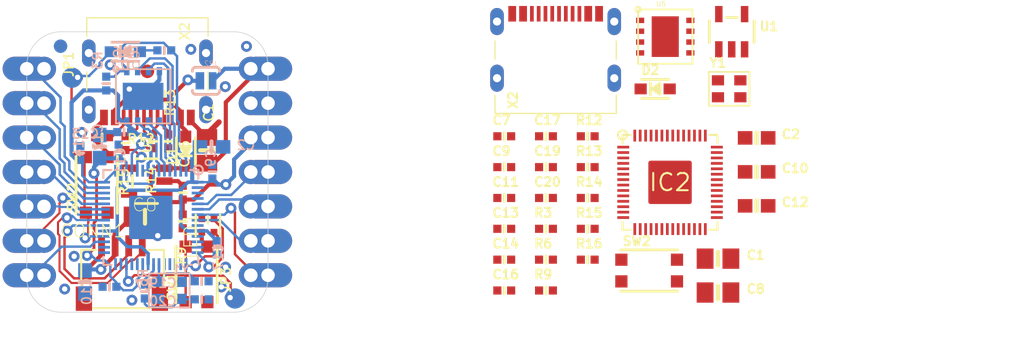
<source format=kicad_pcb>
(kicad_pcb (version 20221018) (generator pcbnew)
  (layers (0 "F.Cu" signal) (1 "In1.Cu" signal) (2 "In2.Cu" signal) (3 "In3.Cu" signal) (4 "In4.Cu" signal) (5 "In5.Cu" signal) (6 "In6.Cu" signal) (7 "In7.Cu" signal) (8 "In8.Cu" signal) (9 "In9.Cu" signal) (10 "In10.Cu" signal) (11 "In11.Cu" signal) (12 "In12.Cu" signal) (13 "In13.Cu" signal) (14 "In14.Cu" signal) (31 "B.Cu" signal) (34 "B.Paste" user) (35 "F.Paste" user) (36 "B.SilkS" user "B.Silkscreen") (37 "F.SilkS" user "F.Silkscreen") (38 "B.Mask" user) (39 "F.Mask" user) (44 "Edge.Cuts" user))
  (net 0 "")
  (net 1 "GND")
  (net 2 "D+")
  (net 3 "D-")
  (net 4 "VBUS")
  (net 5 "~{RESET}")
  (net 6 "SWCLK")
  (net 7 "SWDIO")
  (net 8 "A0")
  (net 9 "CC1")
  (net 10 "CC2")
  (net 11 "A1")
  (net 12 "MOSI")
  (net 13 "MISO")
  (net 14 "SCK")
  (net 15 "A2")
  (net 16 "A3")
  (net 17 "SDA")
  (net 18 "SCL")
  (net 19 "NEOPIX")
  (net 20 "NEO_PWR")
  (net 21 "+5V")
  (net 22 "+3V3")
  (net 23 "QSPI_DATA[0]")
  (net 24 "QSPI_DATA[1]")
  (net 25 "QSPI_SCK")
  (net 26 "QSPI_CS")
  (net 27 "QSPI_DATA[3]")
  (net 28 "QSPI_DATA[2]")
  (net 29 "1.2V")
  (net 30 "TX")
  (net 31 "RX")
  (net 32 "USB_D+")
  (net 33 "USB_D-")
  (net 34 "USBBOOT")
  (net 35 "N$5")
  (net 36 "N$6")
  (net 37 "N$7")
  (net 38 "SDA1")
  (net 39 "SCL1")
  (net 40 "N$1")
  (net 41 "Net-(IC2-XIN)")
  (net 42 "Net-(C20-Pad2)")
  (net 43 "Net-(D2-PadA)")
  (net 44 "/USBBOOT")
  (net 61 "Net-(IC2-XOUT)")
  (net 62 "/SWCLK")
  (net 63 "/SWDIO")
  (net 64 "/~{RESET}")
  (net 78 "/D-")
  (net 79 "/D+")
  (net 80 "/QSPI_DATA[3]")
  (net 81 "/QSPI_SCK")
  (net 82 "/QSPI_DATA[0]")
  (net 83 "/QSPI_DATA[2]")
  (net 84 "/QSPI_DATA[1]")
  (net 85 "/QSPI_CS")
  (net 86 "/CC2")
  (net 87 "/CC1")
  (net 88 "/USB_D-")
  (net 89 "/USB_D+")
  (footprint "Adafruit QT Py RP2040:0805-NO" (layer "F.Cu") (at 190.55 113.9)
    (fp_text reference "C8")
    (fp_text value "10uF")
  )
  (footprint "Adafruit QT Py RP2040:0805-NO" (layer "F.Cu") (at 148.3233 108.3056)
    (fp_text reference "C8")
    (fp_text value "10uF")
  )
  (footprint "Adafruit QT Py RP2040:_0402NO" (layer "F.Cu") (at 180.9505 106.9205)
    (fp_text reference "R14")
    (fp_text value "27")
  )
  (footprint "Adafruit QT Py RP2040:0603-NO" (layer "F.Cu") (at 193.3984 107.502)
    (fp_text reference "C12")
    (fp_text value "1uF")
  )
  (footprint "Adafruit QT Py RP2040:CRYSTAL_2.5X2" (layer "F.Cu") (at 191.3735 98.8635)
    (fp_text reference "Y1")
    (fp_text value "12MHZ")
  )
  (footprint "Adafruit QT Py RP2040:_0402NO" (layer "F.Cu") (at 174.7981 104.6443)
    (fp_text reference "C9")
    (fp_text value "0.1uF")
  )
  (footprint "Adafruit QT Py RP2040:_0402NO" (layer "F.Cu") (at 145.161 102.4382)
    (fp_text reference "R12")
    (fp_text value "5.1K")
  )
  (footprint "Adafruit QT Py RP2040:JST_SH4_SKINNY" (layer "F.Cu") (at 146.6215 112.9665)
    (fp_text reference "CONN1")
    (fp_text value "STEMMA_I2C_QTSKINNY" hide)
  )
  (footprint "Adafruit QT Py RP2040:_0402NO" (layer "F.Cu") (at 177.8743 102.3681)
    (fp_text reference "C17")
    (fp_text value "0.1uF")
  )
  (footprint "Adafruit QT Py RP2040:SOD-323_MINI" (layer "F.Cu") (at 151.3332 103.4669 90)
    (fp_text reference "D1")
    (fp_text value "  NSR0320")
  )
  (footprint "Adafruit QT Py RP2040:0603-NO" (layer "F.Cu") (at 193.3984 104.9932)
    (fp_text reference "C10")
    (fp_text value "1uF")
  )
  (footprint "Adafruit QT Py RP2040:FIDUCIAL_1MM" (layer "F.Cu") (at 148.5011 97.5741)
    (fp_text reference "U$8" hide)
    (fp_text value "FIDUCIAL_1MM" hide)
  )
  (footprint "Adafruit QT Py RP2040:BTN_KMR2_4.6X2.8" (layer "F.Cu") (at 152.1206 112.5601 90)
    (fp_text reference "SW1")
    (fp_text value "KMR2")
  )
  (footprint "Adafruit QT Py RP2040:_0402NO" (layer "F.Cu") (at 148.9202 102.743 -90)
    (fp_text reference "R14")
    (fp_text value "27")
  )
  (footprint "Adafruit QT Py RP2040:_0402NO" (layer "F.Cu") (at 174.7981 102.3681)
    (fp_text reference "C7")
    (fp_text value "0.1uF")
  )
  (footprint "Adafruit QT Py RP2040:_0402NO" (layer "F.Cu") (at 146.8882 102.87 -90)
    (fp_text reference "R15")
    (fp_text value "27")
  )
  (footprint "Adafruit QT Py RP2040:_0402NO" (layer "F.Cu") (at 151.1046 108.6485 -90)
    (fp_text reference "R9")
    (fp_text value "10K")
  )
  (footprint "Adafruit QT Py RP2040:_0402NO" (layer "F.Cu") (at 180.9505 102.3681)
    (fp_text reference "R12")
    (fp_text value "5.1K")
  )
  (footprint "Adafruit QT Py RP2040:SOT23-5" (layer "F.Cu") (at 148.4503 105.6767 90)
    (fp_text reference "U1")
    (fp_text value "AP2112K-3.3")
  )
  (footprint "Adafruit QT Py RP2040:_0402NO" (layer "F.Cu") (at 177.8743 109.1967)
    (fp_text reference "R3")
    (fp_text value "10K")
  )
  (footprint "Adafruit QT Py RP2040:_0402NO" (layer "F.Cu") (at 180.9505 109.1967)
    (fp_text reference "R15")
    (fp_text value "27")
  )
  (footprint "Adafruit QT Py RP2040:_0402NO" (layer "F.Cu") (at 180.9505 104.6443)
    (fp_text reference "R13")
    (fp_text value "5.1K")
  )
  (footprint "Adafruit QT Py RP2040:SOD-323_MINI" (layer "F.Cu") (at 185.92 98.8716)
    (fp_text reference "D2")
    (fp_text value "  NSR0320")
  )
  (footprint "Adafruit QT Py RP2040:_0402NO" (layer "F.Cu") (at 177.8743 104.6443)
    (fp_text reference "C19")
    (fp_text value "22pF")
  )
  (footprint "Adafruit QT Py RP2040:1X07_CASTEL" (layer "F.Cu") (at 156.1211 105.0036 90)
    (fp_text reference "JP3")
    (fp_text value "")
  )
  (footprint "Adafruit QT Py RP2040:BTN_KMR2_4.6X2.8" (layer "F.Cu") (at 144.7673 105.9561 90)
    (fp_text reference "SW2")
    (fp_text value "KMR2")
  )
  (footprint "Adafruit QT Py RP2040:0805-NO" (layer "F.Cu") (at 190.55 111.4)
    (fp_text reference "C1")
    (fp_text value "10uF")
  )
  (footprint "Adafruit QT Py RP2040:0805-NO" (layer "F.Cu") (at 152.8953 103.4034 90)
    (fp_text reference "C1")
    (fp_text value "10uF")
  )
  (footprint "Adafruit QT Py RP2040:_0402NO" (layer "F.Cu") (at 177.8743 111.4729)
    (fp_text reference "R6")
    (fp_text value "1K")
  )
  (footprint "Adafruit QT Py RP2040:_0402NO" (layer "F.Cu") (at 174.7981 113.7491)
    (fp_text reference "C16")
    (fp_text value "0.1uF")
  )
  (footprint "Adafruit QT Py RP2040:BTN_KMR2_4.6X2.8" (layer "F.Cu") (at 185.48 112.277)
    (fp_text reference "SW2")
    (fp_text value "KMR2")
  )
  (footprint "Adafruit QT Py RP2040:USB_C_CUSB31-CFM2AX-01-X" (layer "F.Cu") (at 178.586 96.87)
    (fp_text reference "X2")
    (fp_text value "USB Type C")
  )
  (footprint "Adafruit QT Py RP2040:_0402NO" (layer "F.Cu") (at 180.9505 111.4729)
    (fp_text reference "R16")
    (fp_text value "1K")
  )
  (footprint "Adafruit QT Py RP2040:QTPICO_TOP" (layer "F.Cu") (at 139.6111 115.3541)
    (fp_text reference "U$2" hide)
    (fp_text value "" hide)
  )
  (footprint "Adafruit QT Py RP2040:_0402NO" (layer "F.Cu") (at 174.7981 109.1967)
    (fp_text reference "C13")
    (fp_text value "0.1uF")
  )
  (footprint "Adafruit QT Py RP2040:_0402NO" (layer "F.Cu") (at 177.8743 113.7491)
    (fp_text reference "R9")
    (fp_text value "10K")
  )
  (footprint "Adafruit QT Py RP2040:SK6805_1515" (layer "F.Cu") (at 152.9588 108.9533 90)
    (fp_text reference "LED1")
    (fp_text value "WS2812B_SK6805_1515")
  )
  (footprint "Adafruit QT Py RP2040:1X07_CASTEL" (layer "F.Cu") (at 140.8811 105.0036 -90)
    (fp_text reference "JP1")
    (fp_text value "")
  )
  (footprint "Adafruit QT Py RP2040:_0402NO" (layer "F.Cu") (at 150.0378 102.743 90)
    (fp_text reference "R13")
    (fp_text value "5.1K")
  )
  (footprint "Adafruit QT Py RP2040:0603-NO" (layer "F.Cu") (at 193.3984 102.4844)
    (fp_text reference "C2")
    (fp_text value "1uF")
  )
  (footprint "Adafruit QT Py RP2040:QFN56_7MM_REDUCEDEPAD" (layer "F.Cu") (at 187.017175 105.767175)
    (fp_text reference "IC2")
    (fp_text value "RP2040_QFN56")
  )
  (footprint "Adafruit QT Py RP2040:USON8_4X4" (layer "F.Cu") (at 186.6635 95.0135)
    (fp_text reference "U5")
    (fp_text value "8MB QSPI Flash")
  )
  (footprint "Adafruit QT Py RP2040:SOT23-5" (layer "F.Cu") (at 191.5616 94.6501)
    (fp_text reference "U1")
    (fp_text value "AP2112K-3.3")
  )
  (footprint "Adafruit QT Py RP2040:_0402NO" (layer "F.Cu") (at 177.8743 106.9205)
    (fp_text reference "C20")
    (fp_text value "22pF")
  )
  (footprint "Adafruit QT Py RP2040:_0402NO" (layer "F.Cu") (at 174.7981 111.4729)
    (fp_text reference "C14")
    (fp_text value "0.1uF")
  )
  (footprint "Adafruit QT Py RP2040:_0402NO" (layer "F.Cu") (at 151.1046 106.5276 90)
    (fp_text reference "C16")
    (fp_text value "0.1uF")
  )
  (footprint "Adafruit QT Py RP2040:_0402NO" (layer "F.Cu") (at 174.7981 106.9205)
    (fp_text reference "C11")
    (fp_text value "0.1uF")
  )
  (footprint "Adafruit QT Py RP2040:USB_C_CUSB31-CFM2AX-01-X" (layer "F.Cu") (at 148.5011 97.4344 180)
    (fp_text reference "X2")
    (fp_text value "USB Type C")
  )
  (footprint "Adafruit QT Py RP2040:_0402NO" (layer "B.Cu") (at 143.5608 103.6066 90)
    (fp_text reference "C14")
    (fp_text value "0.1uF")
  )
  (footprint "Adafruit QT Py RP2040:_0402NO" (layer "B.Cu") (at 153.289 104.9782 90)
    (fp_text reference "C9")
    (fp_text value "0.1uF")
  )
  (footprint "Adafruit QT Py RP2040:USON8_4X4" (layer "B.Cu") (at 148.1836 99.4156 -90)
    (fp_text reference "U5")
    (fp_text value "8MB QSPI Flash")
  )
  (footprint "Adafruit QT Py RP2040:_0402NO" (layer "B.Cu") (at 145.4658 98.4758 -90)
    (fp_text reference "R3")
    (fp_text value "10K")
  )
  (footprint "Adafruit QT Py RP2040:_0402NO" (layer "B.Cu") (at 152.5016 114.4016 180)
    (fp_text reference "C20")
    (fp_text value "22pF")
  )
  (footprint "Adafruit QT Py RP2040:_0402NO" (layer "B.Cu") (at 149.7457 96.0247 180)
    (fp_text reference "R16")
    (fp_text value "1K")
  )
  (footprint "Adafruit QT Py RP2040:_0402NO" (layer "B.Cu") (at 148.3106 113.8301 90)
    (fp_text reference "R6")
    (fp_text value "1K")
  )
  (footprint "Adafruit QT Py RP2040:_0402NO" (layer "B.Cu") (at 152.5016 113.0681 180)
    (fp_text reference "C19")
    (fp_text value "22pF")
  )
  (footprint "Adafruit QT Py RP2040:SJ_2S-NO" (layer "B.Cu") (at 152.8191 98.2726 180)
    (fp_text reference "JP2")
    (fp_text value "")
  )
  (footprint "Adafruit QT Py RP2040:0603-NO" (layer "B.Cu") (at 144.9832 103.124 90)
    (fp_text reference "C12")
    (fp_text value "1uF")
  )
  (footprint "Adafruit QT Py RP2040:0603-NO" (layer "B.Cu") (at 143.898703 113.123894 -90)
    (fp_text reference "C10")
    (fp_text value "1uF")
  )
  (footprint "Adafruit QT Py RP2040:_0402NO" (layer "B.Cu") (at 146.3802 103.4923 -90)
    (fp_text reference "C11")
    (fp_text value "0.1uF")
  )
  (footprint "Adafruit QT Py RP2040:_0402NO" (layer "B.Cu") (at 145.7071 113.4745)
    (fp_text reference "C7")
    (fp_text value "0.1uF")
  )
  (footprint "Adafruit QT Py RP2040:SOD-323_MINI" (layer "B.Cu") (at 146.8755 96.1263)
    (fp_text reference "D2")
    (fp_text value "  NSR0320")
  )
  (footprint "Adafruit QT Py RP2040:QFN56_7MM_REDUCEDEPAD" (layer "B.Cu") (at 148.7551 108.3564 180)
    (fp_text reference "IC2" hide)
    (fp_text value "RP2040_QFN56" hide)
  )
  (footprint "Adafruit QT Py RP2040:0603-NO" (layer "B.Cu") (at 153.2255 103.1494)
    (fp_text reference "C2")
    (fp_text value "1uF")
  )
  (footprint "Adafruit QT Py RP2040:TESTPOINT_ROUND_1.5MM_NO" (layer "B.Cu") (at 142.9512 98.044 180)
    (fp_text reference "TP4" hide)
    (fp_text value "" hide)
  )
  (footprint "Adafruit QT Py RP2040:_0402NO" (layer "B.Cu") (at 153.6065 110.5789 -90)
    (fp_text reference "C17")
    (fp_text value "0.1uF")
  )
  (footprint "Adafruit QT Py RP2040:QTPICO_BOT" (layer "B.Cu") (at 157.3911 115.2906 180)
    (fp_text reference "U$1" hide)
    (fp_text value "" hide)
  )
  (footprint "Adafruit QT Py RP2040:TESTPOINT_ROUND_1.5MM_NO" (layer "B.Cu") (at 154.9527 114.3381 180)
    (fp_text reference "TP3" hide)
    (fp_text value "" hide)
  )
  (footprint "Adafruit QT Py RP2040:FIDUCIAL_1MM" (layer "B.Cu") (at 142.1003 95.7199 180)
    (fp_text reference "U$6" hide)
    (fp_text value "FIDUCIAL_1MM" hide)
  )
  (footprint "Adafruit QT Py RP2040:CRYSTAL_2.5X2" (layer "B.Cu") (at 150.114 113.7412 180)
    (fp_text reference "Y1")
    (fp_text value "12MHZ")
  )
  (footprint "Adafruit QT Py RP2040:_0402NO" (layer "B.Cu") (at 146.7866 102.0572 180)
    (fp_text reference "C13")
    (fp_text value "0.1uF")
  )
  (gr_line (start 142.1511 94.6531) (end 154.8511 94.6531) (stroke (width 0.05)) (layer "Edge.Cuts"))
  (gr_line (start 157.3911 97.1931) (end 157.3911 112.8141) (stroke (width 0.05)) (layer "Edge.Cuts"))
  (gr_arc (start 142.1511 115.3541) (mid 140.355049 114.610151) (end 139.6111 112.8141) (stroke (width 0.05)) (layer "Edge.Cuts"))
  (gr_line (start 139.6111 112.8141) (end 139.6111 97.1931) (stroke (width 0.05)) (layer "Edge.Cuts"))
  (gr_arc (start 157.3911 112.8141) (mid 156.647151 114.610151) (end 154.8511 115.3541) (stroke (width 0.05)) (layer "Edge.Cuts"))
  (gr_arc (start 139.6111 97.1931) (mid 140.355049 95.397049) (end 142.1511 94.6531) (stroke (width 0.05)) (layer "Edge.Cuts"))
  (gr_line (start 154.8511 115.3541) (end 142.1511 115.3541) (stroke (width 0.05)) (layer "Edge.Cuts"))
  (gr_arc (start 154.8511 94.6531) (mid 156.647151 95.397049) (end 157.3911 97.1931) (stroke (width 0.05)) (layer "Edge.Cuts"))
  (gr_text "" (at 212.9409 112.7633) (layer "F.SilkS") (effects (font (size 0.89408 0.89408) (thickness 0.12192))))
  (segment (start 144.653 102.4382) (end 144.653 102.6743) (width 0.3048) (layer "F.Cu") (net 1))
  (segment (start 151.7011 101.2592) (end 152.8953 102.4534) (width 0.3048) (layer "F.Cu") (net 1))
  (segment (start 149.7504 105.6767) (end 150.7617 105.6767) (width 0.3048) (layer "F.Cu") (net 1))
  (segment (start 150.7617 105.6767) (end 151.1046 106.0196) (width 0.3048) (layer "F.Cu") (net 1))
  (segment (start 151.7011 100.9794) (end 151.7011 101.2592) (width 0.3048) (layer "F.Cu") (net 1))
  (segment (start 152.5088 110.0983) (end 152.9206 110.5101) (width 0.3048) (layer "F.Cu") (net 1))
  (segment (start 145.1215 111.1137) (end 144.1196 112.1156) (width 0.3048) (layer "F.Cu") (net 1))
  (segment (start 144.653 102.4382) (end 144.653 101.7905) (width 0.3048) (layer "F.Cu") (net 1))
  (segment (start 149.2733 109.6924) (end 149.2631 109.7026) (width 0.3048) (layer "F.Cu") (net 1))
  (segment (start 145.5673 103.5886) (end 144.653 102.6743) (width 0.3048) (layer "F.Cu") (net 1))
  (segment (start 145.3011 101.1424) (end 144.653 101.7905) (width 0.3048) (layer "F.Cu") (net 1))
  (segment (start 149.2733 108.3056) (end 149.2733 109.6924) (width 0.3048) (layer "F.Cu") (net 1))
  (segment (start 145.5673 103.9061) (end 145.5673 103.5886) (width 0.3048) (layer "F.Cu") (net 1))
  (segment (start 145.3011 100.9794) (end 145.3011 101.1424) (width 0.3048) (layer "F.Cu") (net 1))
  (segment (start 145.1215 110.4525) (end 145.1215 111.1137) (width 0.3048) (layer "F.Cu") (net 1))
  (segment (start 153.1366 101.9556) (end 153.7716 101.3206) (width 0.4064) (layer "F.Cu") (net 1))
  (segment (start 152.5088 109.4533) (end 152.5088 110.0983) (width 0.3048) (layer "F.Cu") (net 1))
  (via (at 143.6751 102.0826) (size 0.8001) (drill 0.3937) (layers "F.Cu" "B.Cu") (net 1))
  (via (at 154.2669 112.0267) (size 0.8001) (drill 0.3937) (layers "F.Cu" "B.Cu") (net 1))
  (via (at 142.4051 113.6396) (size 0.8001) (drill 0.3937) (layers "F.Cu" "B.Cu") (net 1))
  (via (at 145.7579 97.0915) (size 0.8001) (drill 0.3937) (layers "F.Cu" "B.Cu") (net 1))
  (via (at 154.2415 98.7044) (size 0.8001) (drill 0.3937) (layers "F.Cu" "B.Cu") (net 1))
  (via (at 151.7015 95.9485) (size 0.8001) (drill 0.3937) (layers "F.Cu" "B.Cu") (net 1))
  (via (at 155.8036 95.7326) (size 0.8001) (drill 0.3937) (layers "F.Cu" "B.Cu") (net 1))
  (via (at 149.2631 109.7026) (size 0.8001) (drill 0.3937) (layers "F.Cu" "B.Cu") (net 1))
  (via (at 147.1676 98.8822) (size 0.8001) (drill 0.3937) (layers "F.Cu" "B.Cu") (net 1))
  (via (at 143.1036 111.2266) (size 0.8001) (drill 0.3937) (layers "F.Cu" "B.Cu") (net 1))
  (via (at 147.3581 114.4651) (size 0.8001) (drill 0.3937) (layers "F.Cu" "B.Cu") (net 1))
  (via (at 153.9494 113.4872) (size 0.8001) (drill 0.3937) (layers "F.Cu" "B.Cu") (net 1))
  (segment (start 148.7551 108.3564) (end 148.7551 108.1405) (width 0.3048) (layer "B.Cu") (net 1))
  (segment (start 148.1836 99.4156) (end 147.6502 98.8822) (width 0.3048) (layer "B.Cu") (net 1))
  (segment (start 146.2786 102.0572) (end 145.2 102.0572) (width 0.3048) (layer "B.Cu") (net 1))
  (segment (start 148.7551 108.3564) (end 149.2631 108.8644) (width 0.3048) (layer "B.Cu") (net 1))
  (segment (start 157.3911 99.9236) (end 156.1211 99.9236) (width 0.3048) (layer "B.Cu") (net 1))
  (segment (start 149.3836 98.2156) (end 148.1836 99.4156) (width 0.3048) (layer "B.Cu") (net 1))
  (segment (start 149.3836 97.5656) (end 149.3836 98.2156) (width 0.3048) (layer "B.Cu") (net 1))
  (segment (start 145.2 102.0572) (end 144.9832 102.274) (width 0.3048) (layer "B.Cu") (net 1))
  (segment (start 147.6502 98.8822) (end 147.1676 98.8822) (width 0.3048) (layer "B.Cu") (net 1))
  (segment (start 149.2631 108.8644) (end 149.2631 109.7026) (width 0.3048) (layer "B.Cu") (net 1))
  (segment (start 148.0566 103.9114) (end 147.5232 103.378) (width 0.1778) (layer "F.Cu") (net 2))
  (segment (start 147.5232 103.378) (end 146.8882 103.378) (width 0.1778) (layer "F.Cu") (net 2))
  (via (at 148.0566 103.9114) (size 0.8001) (drill 0.3937) (layers "F.Cu" "B.Cu") (net 2))
  (segment (start 147.7551 104.9064) (end 147.7551 104.2129) (width 0.1778) (layer "B.Cu") (net 2))
  (segment (start 147.7551 104.2129) (end 148.0566 103.9114) (width 0.1778) (layer "B.Cu") (net 2))
  (segment (start 148.9202 103.251) (end 148.506031 103.251) (width 0.1778) (layer "F.Cu") (net 3))
  (segment (start 148.211043 102.956013) (end 148.058643 102.956013) (width 0.1778) (layer "F.Cu") (net 3))
  (segment (start 148.506031 103.251) (end 148.211043 102.956013) (width 0.1778) (layer "F.Cu") (net 3))
  (via (at 148.058643 102.956013) (size 0.8001) (drill 0.3937) (layers "F.Cu" "B.Cu") (net 3))
  (segment (start 147.3551 103.659557) (end 147.3551 104.9064) (width 0.1778) (layer "B.Cu") (net 3))
  (segment (start 147.3551 103.659557) (end 148.058643 102.956013) (width 0.1778) (layer "B.Cu") (net 3))
  (segment (start 150.9011 100.48585) (end 150.9011 100.9794) (width 0.3048) (layer "F.Cu") (net 4))
  (segment (start 146.076859 100.95516) (end 146.076859 100.472997) (width 0.3048) (layer "F.Cu") (net 4))
  (segment (start 146.076859 100.472997) (end 146.880256 99.6696) (width 0.3048) (layer "F.Cu") (net 4))
  (segment (start 150.9011 101.52905) (end 150.9011 100.9794) (width 0.3048) (layer "F.Cu") (net 4))
  (segment (start 151.3332 101.96115) (end 150.9011 101.52905) (width 0.3048) (layer "F.Cu") (net 4))
  (segment (start 146.1011 100.9794) (end 146.076859 100.95516) (width 0.3048) (layer "F.Cu") (net 4))
  (segment (start 150.9011 100.48585) (end 150.086725 99.671475) (width 0.3048) (layer "F.Cu") (net 4))
  (segment (start 150.086725 99.671475) (end 150.08485 99.6696) (width 0.3048) (layer "F.Cu") (net 4))
  (segment (start 151.3332 102.3969) (end 151.3332 101.96115) (width 0.3048) (layer "F.Cu") (net 4))
  (segment (start 151.4856 98.2091) (end 150.086725 99.607975) (width 0.3048) (layer "F.Cu") (net 4))
  (segment (start 146.880256 99.6696) (end 150.08485 99.6696) (width 0.3048) (layer "F.Cu") (net 4))
  (segment (start 150.086725 99.607975) (end 150.086725 99.671475) (width 0.3048) (layer "F.Cu") (net 4))
  (via (at 151.4856 98.2091) (size 0.8001) (drill 0.3937) (layers "F.Cu" "B.Cu") (net 4))
  (segment (start 151.5491 98.2726) (end 151.4856 98.2091) (width 0.3048) (layer "B.Cu") (net 4))
  (segment (start 152.3691 98.2726) (end 151.5491 98.2726) (width 0.3048) (layer "B.Cu") (net 4))
  (segment (start 151.3206 110.5101) (end 151.3206 112.5346) (width 0.1778) (layer "F.Cu") (net 5))
  (segment (start 151.2316 112.6236) (end 151.3206 112.5346) (width 0.1778) (layer "F.Cu") (net 5))
  (segment (start 154.6352 114.2365) (end 154.6352 113.2078) (width 0.1778) (layer "F.Cu") (net 5))
  (segment (start 154.6352 114.2365) (end 154.5971 114.2746) (width 0.1778) (layer "F.Cu") (net 5))
  (segment (start 154.6352 113.2078) (end 154.08275 112.65535) (width 0.1778) (layer "F.Cu") (net 5))
  (segment (start 151.3206 112.5346) (end 151.3206 112.65535) (width 0.1778) (layer "F.Cu") (net 5))
  (segment (start 154.08275 112.65535) (end 151.3206 112.65535) (width 0.1778) (layer "F.Cu") (net 5))
  (segment (start 151.1046 109.1565) (end 151.3206 109.3725) (width 0.1778) (layer "F.Cu") (net 5))
  (segment (start 147.5486 112.6236) (end 147.095546 113.076654) (width 0.1778) (layer "F.Cu") (net 5))
  (segment (start 151.3206 109.3725) (end 151.3206 110.5101) (width 0.1778) (layer "F.Cu") (net 5))
  (segment (start 147.5486 112.6236) (end 151.2316 112.6236) (width 0.1778) (layer "F.Cu") (net 5))
  (segment (start 151.3206 112.65535) (end 151.3206 114.6101) (width 0.1778) (layer "F.Cu") (net 5))
  (via (at 154.5971 114.2746) (size 0.8001) (drill 0.3937) (layers "F.Cu" "B.Cu") (net 5))
  (via (at 147.095546 113.076654) (size 0.8001) (drill 0.3937) (layers "F.Cu" "B.Cu") (net 5))
  (segment (start 154.5971 114.2746) (end 154.8892 114.2746) (width 0.1778) (layer "B.Cu") (net 5))
  (segment (start 154.9527 114.3381) (end 154.8892 114.2746) (width 0.1778) (layer "B.Cu") (net 5))
  (segment (start 147.095546 113.076654) (end 146.9551 112.936207) (width 0.1778) (layer "B.Cu") (net 5))
  (segment (start 146.9551 111.8064) (end 146.9551 112.936207) (width 0.1778) (layer "B.Cu") (net 5))
  (segment (start 142.4051 101.6381) (end 142.4051 103.8606) (width 0.1778) (layer "B.Cu") (net 8))
  (segment (start 142.1003 99.4918) (end 142.1003 101.3333) (width 0.1778) (layer "B.Cu") (net 8))
  (segment (start 142.748 104.8385) (end 142.748 104.2035) (width 0.1778) (layer "B.Cu") (net 8))
  (segment (start 142.748 104.2035) (end 142.4051 103.8606) (width 0.1778) (layer "B.Cu") (net 8))
  (segment (start 142.1003 99.4918) (end 140.8811 98.2726) (width 0.1778) (layer "B.Cu") (net 8))
  (segment (start 144.0659 106.1564) (end 142.748 104.8385) (width 0.1778) (layer "B.Cu") (net 8))
  (segment (start 145.3051 106.1564) (end 144.0659 106.1564) (width 0.1778) (layer "B.Cu") (net 8))
  (segment (start 140.8811 97.3836) (end 140.8811 98.2726) (width 0.1778) (layer "B.Cu") (net 8))
  (segment (start 142.4051 101.6381) (end 142.1003 101.3333) (width 0.1778) (layer "B.Cu") (net 8))
  (segment (start 139.6111 97.3836) (end 140.8811 97.3836) (width 0.1778) (layer "B.Cu") (net 8))
  (segment (start 149.7511 100.9794) (end 149.7511 101.7451) (width 0.254) (layer "F.Cu") (net 9))
  (segment (start 150.0378 102.0318) (end 150.0378 102.235) (width 0.1778) (layer "F.Cu") (net 9))
  (segment (start 149.7511 101.7451) (end 150.0378 102.0318) (width 0.254) (layer "F.Cu") (net 9))
  (segment (start 146.7511 100.9794) (end 146.7511 101.5466) (width 0.1778) (layer "F.Cu") (net 10))
  (segment (start 145.669 102.4382) (end 145.8595 102.4382) (width 0.1778) (layer "F.Cu") (net 10))
  (segment (start 146.7511 101.5466) (end 145.8595 102.4382) (width 0.1778) (layer "F.Cu") (net 10))
  (segment (start 139.6111 99.9236) (end 140.8811 99.9236) (width 0.1778) (layer "F.Cu") (net 11))
  (segment (start 142.0368 101.8413) (end 140.8811 100.6856) (width 0.1778) (layer "B.Cu") (net 11))
  (segment (start 142.3924 104.987975) (end 142.3924 104.3559) (width 0.1778) (layer "B.Cu") (net 11))
  (segment (start 143.960825 106.5564) (end 142.3924 104.987975) (width 0.1778) (layer "B.Cu") (net 11))
  (segment (start 140.8811 99.9236) (end 140.8811 100.6856) (width 0.1778) (layer "B.Cu") (net 11))
  (segment (start 145.3051 106.5564) (end 143.960825 106.5564) (width 0.1778) (layer "B.Cu") (net 11))
  (segment (start 142.0368 101.8413) (end 142.0368 104.0003) (width 0.1778) (layer "B.Cu") (net 11))
  (segment (start 142.3924 104.3559) (end 142.0368 104.0003) (width 0.1778) (layer "B.Cu") (net 11))
  (segment (start 156.1211 105.0036) (end 156.1211 105.2576) (width 0.1778) (layer "B.Cu") (net 12))
  (segment (start 157.3911 105.0036) (end 156.1211 105.0036) (width 0.1778) (layer "B.Cu") (net 12))
  (segment (start 153.6021 106.696) (end 152.9417 107.3564) (width 0.1778) (layer "B.Cu") (net 12))
  (segment (start 156.1211 105.2576) (end 154.6827 106.696) (width 0.1778) (layer "B.Cu") (net 12))
  (segment (start 152.9417 107.3564) (end 152.2051 107.3564) (width 0.1778) (layer "B.Cu") (net 12))
  (segment (start 154.6827 106.696) (end 153.6021 106.696) (width 0.1778) (layer "B.Cu") (net 12))
  (segment (start 153.7926 107.0325) (end 153.0687 107.7564) (width 0.1778) (layer "B.Cu") (net 13))
  (segment (start 156.1211 107.5436) (end 155.61 107.0325) (width 0.1778) (layer "B.Cu") (net 13))
  (segment (start 157.3911 107.5436) (end 156.1211 107.5436) (width 0.1778) (layer "B.Cu") (net 13))
  (segment (start 153.0687 107.7564) (end 152.2051 107.7564) (width 0.1778) (layer "B.Cu") (net 13))
  (segment (start 155.61 107.0325) (end 153.7926 107.0325) (width 0.1778) (layer "B.Cu") (net 13))
  (segment (start 156.1211 110.0836) (end 155.3718 110.0836) (width 0.1778) (layer "B.Cu") (net 14))
  (segment (start 155.3718 110.0836) (end 153.8446 108.5564) (width 0.1778) (layer "B.Cu") (net 14))
  (segment (start 157.3911 110.0836) (end 156.1211 110.0836) (width 0.1778) (layer "B.Cu") (net 14))
  (segment (start 153.8446 108.5564) (end 152.2051 108.5564) (width 0.1778) (layer "B.Cu") (net 14))
  (segment (start 139.6111 102.4636) (end 140.8811 102.4636) (width 0.1778) (layer "F.Cu") (net 15))
  (segment (start 143.80495 106.9564) (end 142.0368 105.18825) (width 0.1778) (layer "B.Cu") (net 15))
  (segment (start 142.0368 105.18825) (end 142.0368 104.4702) (width 0.1778) (layer "B.Cu") (net 15))
  (segment (start 142.0368 104.4702) (end 140.8811 103.3145) (width 0.1778) (layer "B.Cu") (net 15))
  (segment (start 145.3051 106.9564) (end 143.80495 106.9564) (width 0.1778) (layer "B.Cu") (net 15))
  (segment (start 140.8811 102.4636) (end 140.8811 103.3145) (width 0.1778) (layer "B.Cu") (net 15))
  (segment (start 139.6111 105.0036) (end 140.8811 105.0036) (width 0.1778) (layer "F.Cu") (net 16))
  (segment (start 143.6657 107.3564) (end 141.3129 105.0036) (width 0.1778) (layer "B.Cu") (net 16))
  (segment (start 141.3129 105.0036) (end 140.8811 105.0036) (width 0.1778) (layer "B.Cu") (net 16))
  (segment (start 145.3051 107.3564) (end 143.6657 107.3564) (width 0.1778) (layer "B.Cu") (net 16))
  (segment (start 139.6111 107.5436) (end 140.8811 107.5436) (width 0.1778) (layer "F.Cu") (net 17))
  (segment (start 145.3051 108.1564) (end 143.3989 108.1564) (width 0.1524) (layer "B.Cu") (net 17))
  (segment (start 143.3989 108.1564) (end 142.829456 107.586957) (width 0.1524) (layer "B.Cu") (net 17))
  (segment (start 142.000837 107.5436) (end 140.8811 107.5436) (width 0.1524) (layer "B.Cu") (net 17))
  (segment (start 142.044193 107.586957) (end 142.000837 107.5436) (width 0.1524) (layer "B.Cu") (net 17))
  (segment (start 142.829456 107.586957) (end 142.044193 107.586957) (width 0.1524) (layer "B.Cu") (net 17))
  (segment (start 139.6111 110.0836) (end 140.8811 110.0836) (width 0.1778) (layer "F.Cu") (net 18))
  (segment (start 140.8811 109.174932) (end 140.8811 109.1946) (width 0.1524) (layer "F.Cu") (net 18))
  (segment (start 142.0241 107.315) (end 142.0241 108.031932) (width 0.1524) (layer "F.Cu") (net 18))
  (segment (start 140.8811 109.1946) (end 140.8811 110.0836) (width 0.1778) (layer "F.Cu") (net 18))
  (segment (start 142.26649 106.92021) (end 142.34269 106.99641) (width 0.1778) (layer "F.Cu") (net 18))
  (segment (start 142.0241 108.031932) (end 140.8811 109.174932) (width 0.1524) (layer "F.Cu") (net 18))
  (segment (start 142.34269 106.99641) (end 142.0241 107.315) (width 0.1778) (layer "F.Cu") (net 18))
  (via (at 142.26649 106.92021) (size 0.8001) (drill 0.3937) (layers "F.Cu" "B.Cu") (net 18))
  (segment (start 145.3051 107.7564) (end 143.489 107.7564) (width 0.1778) (layer "B.Cu") (net 18))
  (segment (start 142.26649 106.92021) (end 142.652809 106.92021) (width 0.1778) (layer "B.Cu") (net 18))
  (segment (start 143.489 107.7564) (end 142.652809 106.92021) (width 0.1778) (layer "B.Cu") (net 18))
  (segment (start 153.4088 109.4533) (end 153.6755 109.72) (width 0.1778) (layer "F.Cu") (net 19))
  (segment (start 152.0444 111.9251) (end 152.7429 111.2266) (width 0.1778) (layer "F.Cu") (net 19))
  (segment (start 153.6755 109.72) (end 153.6755 111.2266) (width 0.1778) (layer "F.Cu") (net 19))
  (segment (start 153.6755 111.2266) (end 152.7429 111.2266) (width 0.1778) (layer "F.Cu") (net 19))
  (via (at 152.0444 111.9251) (size 0.8001) (drill 0.3937) (layers "F.Cu" "B.Cu") (net 19))
  (segment (start 151.4738 111.9251) (end 152.0444 111.9251) (width 0.1778) (layer "B.Cu") (net 19))
  (segment (start 151.3551 111.8064) (end 151.4738 111.9251) (width 0.1778) (layer "B.Cu") (net 19))
  (segment (start 154.051 109.1899) (end 154.051 111.3282) (width 0.1778) (layer "F.Cu") (net 20))
  (segment (start 153.4088 108.4533) (end 153.4088 108.5477) (width 0.1778) (layer "F.Cu") (net 20))
  (segment (start 154.051 111.3282) (end 153.3652 112.014) (width 0.1778) (layer "F.Cu") (net 20))
  (segment (start 153.3652 112.014) (end 153.0223 112.014) (width 0.1778) (layer "F.Cu") (net 20))
  (segment (start 154.051 109.1899) (end 153.4088 108.5477) (width 0.1778) (layer "F.Cu") (net 20))
  (via (at 153.0223 112.014) (size 0.8001) (drill 0.3937) (layers "F.Cu" "B.Cu") (net 20))
  (segment (start 152.2051 110.9936) (end 153.0223 111.8108) (width 0.1778) (layer "B.Cu") (net 20))
  (segment (start 152.2051 110.9564) (end 152.2051 110.9936) (width 0.1778) (layer "B.Cu") (net 20))
  (segment (start 153.0223 111.8108) (end 153.0223 112.014) (width 0.1778) (layer "B.Cu") (net 20))
  (segment (start 149.032 104.7267) (end 149.7504 104.7267) (width 0.3048) (layer "F.Cu") (net 21))
  (segment (start 149.7504 106.6267) (end 148.9812 106.6267) (width 0.3048) (layer "F.Cu") (net 21))
  (segment (start 156.1211 97.3836) (end 156.1211 98.0186) (width 0.3048) (layer "F.Cu") (net 21))
  (segment (start 152.7118 104.5369) (end 152.8953 104.3534) (width 0.3048) (layer "F.Cu") (net 21))
  (segment (start 151.3332 104.5369) (end 151.3332 104.7267) (width 0.3048) (layer "F.Cu") (net 21))
  (segment (start 148.7551 106.4006) (end 148.7551 105.0036) (width 0.3048) (layer "F.Cu") (net 21))
  (segment (start 154.2796 99.8601) (end 154.2796 103.4796) (width 0.3048) (layer "F.Cu") (net 21))
  (segment (start 151.3332 104.5369) (end 152.7118 104.5369) (width 0.3048) (layer "F.Cu") (net 21))
  (segment (start 148.7551 105.0036) (end 149.032 104.7267) (width 0.3048) (layer "F.Cu") (net 21))
  (segment (start 154.2796 103.4796) (end 153.4058 104.3534) (width 0.3048) (layer "F.Cu") (net 21))
  (segment (start 156.1211 98.0186) (end 154.2796 99.8601) (width 0.3048) (layer "F.Cu") (net 21))
  (segment (start 153.4058 104.3534) (end 152.8953 104.3534) (width 0.3048) (layer "F.Cu") (net 21))
  (segment (start 148.9812 106.6267) (end 148.7551 106.4006) (width 0.3048) (layer "F.Cu") (net 21))
  (segment (start 151.3332 104.7267) (end 149.7504 104.7267) (width 0.3048) (layer "F.Cu") (net 21))
  (segment (start 154.2034 97.3836) (end 153.3144 98.2726) (width 0.3048) (layer "B.Cu") (net 21))
  (segment (start 153.3144 98.2726) (end 153.2691 98.2726) (width 0.3048) (layer "B.Cu") (net 21))
  (segment (start 157.3911 97.3836) (end 156.1211 97.3836) (width 0.3048) (layer "B.Cu") (net 21))
  (segment (start 157.3911 97.3836) (end 154.2034 97.3836) (width 0.3048) (layer "B.Cu") (net 21))
  (segment (start 151.1046 107.0356) (end 151.1046 108.1405) (width 0.3048) (layer "F.Cu") (net 22))
  (segment (start 146.1215 109.9265) (end 146.0881 109.8931) (width 0.3048) (layer "F.Cu") (net 22))
  (segment (start 147.1502 106.6267) (end 147.3733 106.8498) (width 0.3048) (layer "F.Cu") (net 22))
  (segment (start 150.9141 107.2261) (end 151.1046 107.0356) (width 0.3048) (layer "F.Cu") (net 22))
  (segment (start 146.0881 109.8931) (end 146.0881 110.4191) (width 0.3048) (layer "F.Cu") (net 22))
  (segment (start 153.0309 105.9307) (end 154.2796 105.9307) (width 0.3048) (layer "F.Cu") (net 22))
  (segment (start 146.0881 110.4191) (end 146.1215 110.4525) (width 0.3048) (layer "F.Cu") (net 22))
  (segment (start 146.1215 111.1424) (end 145.0721 112.1918) (width 0.3048) (layer "F.Cu") (net 22))
  (segment (start 147.3733 107.2261) (end 150.9141 107.2261) (width 0.3048) (layer "F.Cu") (net 22))
  (segment (start 146.0881 109.5908) (end 147.3733 108.3056) (width 0.3048) (layer "F.Cu") (net 22))
  (segment (start 146.0881 109.8931) (end 146.0881 109.5908) (width 0.3048) (layer "F.Cu") (net 22))
  (segment (start 146.1215 110.4525) (end 146.1215 111.1424) (width 0.3048) (layer "F.Cu") (net 22))
  (segment (start 151.1046 107.0356) (end 151.926 107.0356) (width 0.3048) (layer "F.Cu") (net 22))
  (segment (start 147.3733 107.2261) (end 147.3733 108.3056) (width 0.3048) (layer "F.Cu") (net 22))
  (segment (start 151.926 107.0356) (end 153.0309 105.9307) (width 0.3048) (layer "F.Cu") (net 22))
  (segment (start 147.3733 106.8498) (end 147.3733 107.2261) (width 0.3048) (layer "F.Cu") (net 22))
  (via (at 145.0721 112.1918) (size 0.8001) (drill 0.3937) (layers "F.Cu" "B.Cu") (net 22))
  (via (at 154.2796 105.9307) (size 0.8001) (drill 0.3937) (layers "F.Cu" "B.Cu") (net 22))
  (segment (start 146.3425 100.207357) (end 146.3425 99.3525) (width 0.3048) (layer "B.Cu") (net 22))
  (segment (start 143.2941 104.1146) (end 142.9131 103.7336) (width 0.3048) (layer "B.Cu") (net 22))
  (segment (start 148.5551 104.9064) (end 148.1551 104.9064) (width 0.1778) (layer "B.Cu") (net 22))
  (segment (start 150.9776 106.3498) (end 150.9776 106.2228) (width 0.254) (layer "B.Cu") (net 22))
  (segment (start 145.9738 98.9838) (end 145.4658 98.9838) (width 0.3048) (layer "B.Cu") (net 22))
  (segment (start 147.7837 102.2477) (end 147.3931 101.8571) (width 0.3048) (layer "B.Cu") (net 22))
  (segment (start 152.892 109.3564) (end 153.6065 110.0709) (width 0.254) (layer "B.Cu") (net 22))
  (segment (start 151.4812 105.7564) (end 152.2051 105.7564) (width 0.254) (layer "B.Cu") (net 22))
  (segment (start 156.1211 102.8446) (end 154.8892 104.0765) (width 0.3048) (layer "B.Cu") (net 22))
  (segment (start 148.0566 110.5281) (end 147.0406 110.5281) (width 0.254) (layer "B.Cu") (net 22))
  (segment (start 146.2786 106.1466) (end 146.2786 109.3564) (width 0.254) (layer "B.Cu") (net 22))
  (segment (start 146.6046 101.2656) (end 146.3421 101.0031) (width 0.3048) (layer "B.Cu") (net 22))
  (segment (start 143.980796 112.1918) (end 143.898703 112.273894) (width 0.3048) (layer "B.Cu") (net 22))
  (segment (start 148.4122 102.2477) (end 148.763493 102.598994) (width 0.3048) (layer "B.Cu") (net 22))
  (segment (start 147.2946 101.9556) (end 147.3931 101.8571) (width 0.1778) (layer "B.Cu") (net 22))
  (segment (start 151.8031 105.6754) (end 151.8841 105.7564) (width 0.254) (layer "B.Cu") (net 22))
  (segment (start 148.5551 111.0266) (end 148.0566 110.5281) (width 0.254) (layer "B.Cu") (net 22))
  (segment (start 145.4658 98.9838) (end 143.7894 98.9838) (width 0.3048) (layer "B.Cu") (net 22))
  (segment (start 146.9836 101.2656) (end 146.6046 101.2656) (width 0.3048) (layer "B.Cu") (net 22))
  (segment (start 154.2796 105.9307) (end 153.7335 105.9307) (width 0.3048) (layer "B.Cu") (net 22))
  (segment (start 147.2946 102.0572) (end 147.2946 101.9556) (width 0.1778) (layer "B.Cu") (net 22))
  (segment (start 145.3051 109.3564) (end 146.2786 109.3564) (width 0.254) (layer "B.Cu") (net 22))
  (segment (start 147.7837 102.2477) (end 148.4122 102.2477) (width 0.3048) (layer "B.Cu") (net 22))
  (segment (start 151.3934 109.3564) (end 150.9776 108.9406) (width 0.254) (layer "B.Cu") (net 22))
  (segment (start 146.5326 105.8926) (end 146.9898 106.3498) (width 0.254) (layer "B.Cu") (net 22))
  (segment (start 151.8031 103.7218) (end 151.8031 105.6754) (width 0.3048) (layer "B.Cu") (net 22))
  (segment (start 148.763493 104.169707) (end 148.5551 104.3781) (width 0.2032) (layer "B.Cu") (net 22))
  (segment (start 146.9836 101.2656) (end 146.9836 101.4476) (width 0.3048) (layer "B.Cu") (net 22))
  (segment (start 153.289 105.4862) (end 153.7335 105.9307) (width 0.3048) (layer "B.Cu") (net 22))
  (segment (start 151.3934 109.3564) (end 152.2051 109.3564) (width 0.254) (layer "B.Cu") (net 22))
  (segment (start 150.9776 106.2101) (end 151.0275 106.2101) (width 0.1778) (layer "B.Cu") (net 22))
  (segment (start 143.7005 104.2543) (end 143.5608 104.1146) (width 0.1778) (layer "B.Cu") (net 22))
  (segment (start 147.3931 101.8571) (end 146.9836 101.4476) (width 0.3048) (layer "B.Cu") (net 22))
  (segment (start 150.9776 106.2228) (end 150.9776 106.2101) (width 0.1778) (layer "B.Cu") (net 22))
  (segment (start 146.5326 104.9064) (end 146.5551 104.9064) (width 0.1778) (layer "B.Cu") (net 22))
  (segment (start 145.0721 112.1918) (end 143.980796 112.1918) (width 0.3048) (layer "B.Cu") (net 22))
  (segment (start 147.0406 110.5281) (end 146.2786 109.7661) (width 0.254) (layer "B.Cu") (net 22))
  (segment (start 146.1551 104.9064) (end 145.3051 105.7564) (width 0.1778) (layer "B.Cu") (net 22))
  (segment (start 156.1211 102.8446) (end 156.1211 102.4636) (width 0.3048) (layer "B.Cu") (net 22))
  (segment (start 146.3421 101.0031) (end 146.3421 100.207757) (width 0.3048) (layer "B.Cu") (net 22))
  (segment (start 145.3051 105.7564) (end 144.1875 105.7564) (width 0.1778) (layer "B.Cu") (net 22))
  (segment (start 142.9131 99.8601) (end 143.7894 98.9838) (width 0.3048) (layer "B.Cu") (net 22))
  (segment (start 146.3425 99.3525) (end 145.9738 98.9838) (width 0.3048) (layer "B.Cu") (net 22))
  (segment (start 145.3896 98.9076) (end 145.4658 98.9838) (width 0.3048) (layer "B.Cu") (net 22))
  (segment (start 145.3056 98.9916) (end 145.3896 98.9076) (width 0.3048) (layer "B.Cu") (net 22))
  (segment (start 148.5551 111.8064) (end 148.5551 111.0266) (width 0.254) (layer "B.Cu") (net 22))
  (segment (start 143.5608 104.1146) (end 143.5608 104.013) (width 0.254) (layer "B.Cu") (net 22))
  (segment (start 153.0188 105.7564) (end 153.289 105.4862) (width 0.1778) (layer "B.Cu") (net 22))
  (segment (start 152.2051 105.7564) (end 153.0188 105.7564) (width 0.1778) (layer "B.Cu") (net 22))
  (segment (start 143.7005 105.2694) (end 143.7005 104.2543) (width 0.1778) (layer "B.Cu") (net 22))
  (segment (start 146.9898 106.3498) (end 150.9776 106.3498) (width 0.254) (layer "B.Cu") (net 22))
  (segment (start 151.4812 105.7564) (end 151.0275 106.2101) (width 0.254) (layer "B.Cu") (net 22))
  (segment (start 146.1551 104.9064) (end 146.5326 104.9064) (width 0.1778) (layer "B.Cu") (net 22))
  (segment (start 143.5608 104.1146) (end 143.2941 104.1146) (width 0.3048) (layer "B.Cu") (net 22))
  (segment (start 146.5326 105.8926) (end 146.5326 104.9064) (width 0.254) (layer "B.Cu") (net 22))
  (segment (start 152.3755 103.1494) (end 151.8031 103.7218) (width 0.3048) (layer "B.Cu") (net 22))
  (segment (start 148.763493 102.598994) (end 148.763493 104.169707) (width 0.254) (layer "B.Cu") (net 22))
  (segment (start 154.8892 104.0765) (end 154.8892 105.3211) (width 0.3048) (layer "B.Cu") (net 22))
  (segment (start 151.8841 105.7564) (end 152.2051 105.7564) (width 0.254) (layer "B.Cu") (net 22))
  (segment (start 148.5551 104.3781) (end 148.5551 104.9064) (width 0.254) (layer "B.Cu") (net 22))
  (segment (start 152.2051 109.3564) (end 152.892 109.3564) (width 0.254) (layer "B.Cu") (net 22))
  (segment (start 142.9131 103.7336) (end 142.9131 99.8601) (width 0.3048) (layer "B.Cu") (net 22))
  (segment (start 150.9776 108.9406) (end 150.9776 106.3498) (width 0.254) (layer "B.Cu") (net 22))
  (segment (start 146.2786 109.7661) (end 146.2786 109.3564) (width 0.254) (layer "B.Cu") (net 22))
  (segment (start 144.1875 105.7564) (end 143.7005 105.2694) (width 0.1778) (layer "B.Cu") (net 22))
  (segment (start 154.2796 105.9307) (end 154.8892 105.3211) (width 0.3048) (layer "B.Cu") (net 22))
  (segment (start 146.5326 105.8926) (end 146.2786 106.1466) (width 0.254) (layer "B.Cu") (net 22))
  (segment (start 157.3911 102.4636) (end 156.1211 102.4636) (width 0.3048) (layer "B.Cu") (net 22))
  (segment (start 146.3421 100.207757) (end 146.3425 100.207357) (width 0.3048) (layer "B.Cu") (net 22))
  (segment (start 149.8361 101.7816) (end 149.8361 103.9256) (width 0.1778) (layer "B.Cu") (net 23))
  (segment (start 149.8361 101.7816) (end 149.3836 101.3291) (width 0.1778) (layer "B.Cu") (net 23))
  (segment (start 149.3836 101.2656) (end 149.3836 101.3291) (width 0.1778) (layer "B.Cu") (net 23))
  (segment (start 150.1551 104.2446) (end 150.1551 104.9064) (width 0.1778) (layer "B.Cu") (net 23))
  (segment (start 149.8361 103.9256) (end 150.1551 104.2446) (width 0.1778) (layer "B.Cu") (net 23))
  (segment (start 150.9551 104.095025) (end 150.9551 104.9064) (width 0.1778) (layer "B.Cu") (net 24))
  (segment (start 148.6726 96.6216) (end 147.7836 97.5106) (width 0.1778) (layer "B.Cu") (net 24))
  (segment (start 150.4965 101.452025) (end 150.4965 103.636425) (width 0.1778) (layer "B.Cu") (net 24))
  (segment (start 149.793575 96.6216) (end 150.3553 97.183325) (width 0.1778) (layer "B.Cu") (net 24))
  (segment (start 150.3553 101.310825) (end 150.4965 101.452025) (width 0.1778) (layer "B.Cu") (net 24))
  (segment (start 150.3553 97.183325) (end 150.3553 101.310825) (width 0.1778) (layer "B.Cu") (net 24))
  (segment (start 148.6726 96.6216) (end 149.793575 96.6216) (width 0.1778) (layer "B.Cu") (net 24))
  (segment (start 147.7836 97.5656) (end 147.7836 97.5106) (width 0.1778) (layer "B.Cu") (net 24))
  (segment (start 150.9551 104.095025) (end 150.4965 103.636425) (width 0.1778) (layer "B.Cu") (net 24))
  (segment (start 149.7551 104.3222) (end 149.5059 104.073) (width 0.1778) (layer "B.Cu") (net 25))
  (segment (start 149.7551 104.3222) (end 149.7551 104.9064) (width 0.1778) (layer "B.Cu") (net 25))
  (segment (start 149.5059 102.317644) (end 149.5059 104.073) (width 0.1778) (layer "B.Cu") (net 25))
  (segment (start 148.5836 101.2656) (end 148.5836 101.395344) (width 0.1778) (layer "B.Cu") (net 25))
  (segment (start 149.5059 102.317644) (end 148.5836 101.395344) (width 0.1778) (layer "B.Cu") (net 25))
  (segment (start 145.4658 97.9678) (end 146.05 97.9678) (width 0.1778) (layer "B.Cu") (net 26))
  (segment (start 150.8267 101.31525) (end 150.6855 101.17405) (width 0.1778) (layer "B.Cu") (net 26))
  (segment (start 146.6596 97.0277) (end 146.9836 97.3517) (width 0.1778) (layer "B.Cu") (net 26))
  (segment (start 146.4522 97.5656) (end 146.9836 97.5656) (width 0.1778) (layer "B.Cu") (net 26))
  (segment (start 146.4522 97.5656) (end 146.05 97.9678) (width 0.1778) (layer "B.Cu") (net 26))
  (segment (start 147.0248 97.5244) (end 146.9836 97.5656) (width 0.1778) (layer "B.Cu") (net 26))
  (segment (start 146.9453 95.4723) (end 146.6596 95.758) (width 0.1778) (layer "B.Cu") (net 26))
  (segment (start 151.3551 104.00265) (end 150.8267 103.47425) (width 0.1778) (layer "B.Cu") (net 26))
  (segment (start 146.6596 95.758) (end 146.6596 97.0277) (width 0.1778) (layer "B.Cu") (net 26))
  (segment (start 151.3551 104.9064) (end 151.3551 104.00265) (width 0.1778) (layer "B.Cu") (net 26))
  (segment (start 150.6855 96.4565) (end 150.6855 101.17405) (width 0.1778) (layer "B.Cu") (net 26))
  (segment (start 150.2537 96.0247) (end 149.7013 95.4723) (width 0.1778) (layer "B.Cu") (net 26))
  (segment (start 146.9836 97.3517) (end 146.9836 97.5656) (width 0.1778) (layer "B.Cu") (net 26))
  (segment (start 149.7013 95.4723) (end 146.9453 95.4723) (width 0.1778) (layer "B.Cu") (net 26))
  (segment (start 150.2537 96.0247) (end 150.6855 96.4565) (width 0.1778) (layer "B.Cu") (net 26))
  (segment (start 150.8267 103.47425) (end 150.8267 101.31525) (width 0.1778) (layer "B.Cu") (net 26))
  (segment (start 149.3551 104.3984) (end 149.1646 104.2079) (width 0.1778) (layer "B.Cu") (net 27))
  (segment (start 149.1646 102.443319) (end 149.1646 104.2079) (width 0.1778) (layer "B.Cu") (net 27))
  (segment (start 147.7836 101.2656) (end 147.7836 101.3164) (width 0.1778) (layer "B.Cu") (net 27))
  (segment (start 148.558381 101.8371) (end 148.3043 101.8371) (width 0.1778) (layer "B.Cu") (net 27))
  (segment (start 149.3551 104.3984) (end 149.3551 104.9064) (width 0.1778) (layer "B.Cu") (net 27))
  (segment (start 148.3043 101.8371) (end 147.7836 101.3164) (width 0.1778) (layer "B.Cu") (net 27))
  (segment (start 148.558381 101.8371) (end 149.1646 102.443319) (width 0.1778) (layer "B.Cu") (net 27))
  (segment (start 150.1663 103.7732) (end 150.1663 101.5888) (width 0.1778) (layer "B.Cu") (net 28))
  (segment (start 148.5836 97.4471) (end 148.5836 97.5656) (width 0.1778) (layer "B.Cu") (net 28))
  (segment (start 149.7076 97.0026) (end 149.0281 97.0026) (width 0.1778) (layer "B.Cu") (net 28))
  (segment (start 150.1663 101.5888) (end 150.0251 101.4476) (width 0.1778) (layer "B.Cu") (net 28))
  (segment (start 149.0281 97.0026) (end 148.5836 97.4471) (width 0.1778) (layer "B.Cu") (net 28))
  (segment (start 150.0251 101.4476) (end 150.0251 97.3201) (width 0.1778) (layer "B.Cu") (net 28))
  (segment (start 150.5551 104.162) (end 150.1663 103.7732) (width 0.1778) (layer "B.Cu") (net 28))
  (segment (start 150.5551 104.9064) (end 150.5551 104.162) (width 0.1778) (layer "B.Cu") (net 28))
  (segment (start 150.0251 97.3201) (end 149.7076 97.0026) (width 0.1778) (layer "B.Cu") (net 28))
  (segment (start 144.5641 108.7501) (end 144.5641 110.65345) (width 0.2032) (layer "F.Cu") (net 29))
  (segment (start 144.7546 105.2957) (end 144.7546 108.5596) (width 0.2032) (layer "F.Cu") (net 29))
  (segment (start 144.5641 108.7501) (end 144.7546 108.5596) (width 0.2032) (layer "F.Cu") (net 29))
  (segment (start 144.05445 111.1631) (end 144.5641 110.65345) (width 0.2032) (layer "F.Cu") (net 29))
  (segment (start 144.7546 105.2957) (end 144.5641 105.1052) (width 0.2032) (layer "F.Cu") (net 29))
  (via (at 144.05445 111.1631) (size 0.8001) (drill 0.3937) (layers "F.Cu" "B.Cu") (net 29))
  (via (at 144.5641 105.1052) (size 0.8001) (drill 0.3937) (layers "F.Cu" "B.Cu") (net 29))
  (segment (start 147.17045 105.8672) (end 148.8567 105.8672) (width 0.1778) (layer "B.Cu") (net 29))
  (segment (start 147.7369 112.9433) (end 148.1551 112.5251) (width 0.1778) (layer "B.Cu") (net 29))
  (segment (start 146.2151 113.157) (end 145.7706 112.7125) (width 0.1778) (layer "B.Cu") (net 29))
  (segment (start 144.5641 104.648) (end 144.5641 105.1052) (width 0.3048) (layer "B.Cu") (net 29))
  (segment (start 146.9551 104.9064) (end 146.9551 105.65185) (width 0.1778) (layer "B.Cu") (net 29))
  (segment (start 144.37995 111.1631) (end 144.05445 111.1631) (width 0.1778) (layer "B.Cu") (net 29))
  (segment (start 146.3802 104.0003) (end 146.6596 104.0003) (width 0.1778) (layer "B.Cu") (net 29))
  (segment (start 146.2151 113.157) (end 146.2151 113.4745) (width 0.1778) (layer "B.Cu") (net 29))
  (segment (start 148.9551 105.7688) (end 148.9551 104.9064) (width 0.1778) (layer "B.Cu") (net 29))
  (segment (start 144.7546 111.53775) (end 145.38325 111.53775) (width 0.1778) (layer "B.Cu") (net 29))
  (segment (start 146.3802 104.0003) (end 146.3548 104.0003) (width 0.3048) (layer "B.Cu") (net 29))
  (segment (start 146.7253 113.7307) (end 146.4691 113.4745) (width 0.1778) (layer "B.Cu") (net 29))
  (segment (start 146.7253 113.7307) (end 147.412006 113.7307) (width 0.1778) (layer "B.Cu") (net 29))
  (segment (start 146.3802 104.0003) (end 145.2118 104.0003) (width 0.3048) (layer "B.Cu") (net 29))
  (segment (start 144.7546 111.53775) (end 144.37995 111.1631) (width 0.1778) (layer "B.Cu") (net 29))
  (segment (start 147.7369 113.405807) (end 147.7369 112.9433) (width 0.1778) (layer "B.Cu") (net 29))
  (segment (start 144.9832 103.974) (end 145.0095 104.0003) (width 0.1778) (layer "B.Cu") (net 29))
  (segment (start 146.2151 113.4745) (end 146.4691 113.4745) (width 0.1778) (layer "B.Cu") (net 29))
  (segment (start 146.9551 104.9064) (end 146.9551 104.2958) (width 0.1778) (layer "B.Cu") (net 29))
  (segment (start 146.9551 105.65185) (end 147.17045 105.8672) (width 0.1778) (layer "B.Cu") (net 29))
  (segment (start 145.2118 104.0003) (end 144.5641 104.648) (width 0.3048) (layer "B.Cu") (net 29))
  (segment (start 146.3802 104.0003) (end 145.0095 104.0003) (width 0.1778) (layer "B.Cu") (net 29))
  (segment (start 145.7706 111.9251) (end 145.7706 112.7125) (width 0.1778) (layer "B.Cu") (net 29))
  (segment (start 145.38325 111.53775) (end 145.7706 111.9251) (width 0.1778) (layer "B.Cu") (net 29))
  (segment (start 148.1551 112.5251) (end 148.1551 111.8064) (width 0.1778) (layer "B.Cu") (net 29))
  (segment (start 147.412006 113.7307) (end 147.7369 113.405807) (width 0.1778) (layer "B.Cu") (net 29))
  (segment (start 148.9551 105.7688) (end 148.8567 105.8672) (width 0.1778) (layer "B.Cu") (net 29))
  (segment (start 146.9551 104.2958) (end 146.6596 104.0003) (width 0.1778) (layer "B.Cu") (net 29))
  (segment (start 139.6111 112.6236) (end 140.8811 112.6236) (width 0.1778) (layer "F.Cu") (net 30))
  (segment (start 144.3018 110.512) (end 142.1866 110.512) (width 0.1778) (layer "B.Cu") (net 30))
  (segment (start 145.3051 110.1564) (end 144.6574 110.1564) (width 0.1778) (layer "B.Cu") (net 30))
  (segment (start 140.8811 112.6236) (end 140.8811 111.8175) (width 0.1778) (layer "B.Cu") (net 30))
  (segment (start 144.6574 110.1564) (end 144.3018 110.512) (width 0.1778) (layer "B.Cu") (net 30))
  (segment (start 142.1866 110.512) (end 140.8811 111.8175) (width 0.1778) (layer "B.Cu") (net 30))
  (segment (start 154.9527 107.96595) (end 154.9527 111.0742) (width 0.1778) (layer "F.Cu") (net 31))
  (segment (start 154.6606 107.67385) (end 154.9527 107.96595) (width 0.1778) (layer "F.Cu") (net 31))
  (segment (start 156.1211 112.2426) (end 154.9527 111.0742) (width 0.1778) (layer "F.Cu") (net 31))
  (segment (start 156.1211 112.6236) (end 156.1211 112.2426) (width 0.1778) (layer "F.Cu") (net 31))
  (segment (start 157.3911 112.6236) (end 156.1211 112.6236) (width 0.1778) (layer "F.Cu") (net 31))
  (via (at 154.6606 107.67385) (size 0.8001) (drill 0.3937) (layers "F.Cu" "B.Cu") (net 31))
  (segment (start 154.17805 108.1564) (end 154.6606 107.67385) (width 0.1778) (layer "B.Cu") (net 31))
  (segment (start 152.2051 108.1564) (end 154.17805 108.1564) (width 0.1778) (layer "B.Cu") (net 31))
  (segment (start 148.7551 100.9754) (end 148.7511 100.9794) (width 0.1778) (layer "F.Cu") (net 32))
  (segment (start 147.743168 100.971469) (end 147.7511 100.9794) (width 0.1778) (layer "F.Cu") (net 32))
  (segment (start 147.743168 100.364032) (end 147.743168 100.971469) (width 0.1778) (layer "F.Cu") (net 32))
  (segment (start 147.1803 102.362) (end 146.8882 102.362) (width 0.1778) (layer "F.Cu") (net 32))
  (segment (start 147.9931 100.1141) (end 147.743168 100.364032) (width 0.1778) (layer "F.Cu") (net 32))
  (segment (start 147.1803 102.362) (end 147.7511 101.7912) (width 0.1778) (layer "F.Cu") (net 32))
  (segment (start 148.7551 100.3681) (end 148.7551 100.9754) (width 0.1778) (layer "F.Cu") (net 32))
  (segment (start 148.5011 100.1141) (end 147.9931 100.1141) (width 0.1778) (layer "F.Cu") (net 32))
  (segment (start 148.5011 100.1141) (end 148.7551 100.3681) (width 0.1778) (layer "F.Cu") (net 32))
  (segment (start 147.7511 101.7912) (end 147.7511 100.9794) (width 0.1778) (layer "F.Cu") (net 32))
  (segment (start 149.2511 100.9794) (end 149.2511 101.5866) (width 0.1778) (layer "F.Cu") (net 33))
  (segment (start 148.5011 102.235) (end 148.9202 102.235) (width 0.1778) (layer "F.Cu") (net 33))
  (segment (start 149.2511 101.5866) (end 148.9202 101.9175) (width 0.1778) (layer "F.Cu") (net 33))
  (segment (start 148.2511 101.985) (end 148.5011 102.235) (width 0.1778) (layer "F.Cu") (net 33))
  (segment (start 148.9202 101.9175) (end 148.9202 102.235) (width 0.1778) (layer "F.Cu") (net 33))
  (segment (start 148.2511 100.9794) (end 148.2511 101.985) (width 0.1778) (layer "F.Cu") (net 33))
  (segment (start 142.9131 103.4796) (end 142.9131 98.4631) (width 0.1778) (layer "F.Cu") (net 34))
  (segment (start 143.8657 104.0077) (end 143.8657 107.9045) (width 0.1778) (layer "F.Cu") (net 34))
  (segment (start 144.145 109.6357) (end 144.145 108.1838) (width 0.1778) (layer "F.Cu") (net 34))
  (segment (start 143.91005 109.87065) (end 144.145 109.6357) (width 0.1778) (layer "F.Cu") (net 34))
  (segment (start 143.8657 104.0077) (end 143.9673 103.9061) (width 0.1778) (layer "F.Cu") (net 34))
  (segment (start 143.3396 103.9061) (end 142.9131 103.4796) (width 0.1778) (layer "F.Cu") (net 34))
  (segment (start 142.9131 98.4631) (end 143.3576 98.0186) (width 0.1778) (layer "F.Cu") (net 34))
  (segment (start 143.9673 108.0061) (end 143.8657 107.9045) (width 0.1778) (layer "F.Cu") (net 34))
  (segment (start 144.145 108.1838) (end 143.9673 108.0061) (width 0.1778) (layer "F.Cu") (net 34))
  (segment (start 143.9673 103.9061) (end 143.3396 103.9061) (width 0.1778) (layer "F.Cu") (net 34))
  (via (at 143.91005 109.87065) (size 0.8001) (drill 0.3937) (layers "F.Cu" "B.Cu") (net 34))
  (via (at 143.3576 98.0186) (size 0.8001) (drill 0.3937) (layers "F.Cu" "B.Cu") (net 34))
  (segment (start 143.91005 109.87065) (end 144.0243 109.7564) (width 0.1778) (layer "B.Cu") (net 34))
  (segment (start 142.9766 98.0186) (end 143.3576 98.0186) (width 0.2032) (layer "B.Cu") (net 34))
  (segment (start 145.3051 109.7564) (end 144.0243 109.7564) (width 0.1778) (layer "B.Cu") (net 34))
  (segment (start 144.9764 96.9554) (end 144.9764 97.133225) (width 0.1778) (layer "B.Cu") (net 34))
  (segment (start 143.0782 97.917) (end 142.9512 98.044) (width 0.1778) (layer "B.Cu") (net 34))
  (segment (start 144.9764 97.133225) (end 144.2212 97.888425) (width 0.1778) (layer "B.Cu") (net 34))
  (segment (start 144.2212 97.917) (end 143.0782 97.917) (width 0.1778) (layer "B.Cu") (net 34))
  (segment (start 142.9512 98.044) (end 142.9766 98.0186) (width 0.2032) (layer "B.Cu") (net 34))
  (segment (start 145.8055 96.1263) (end 144.9764 96.9554) (width 0.1778) (layer "B.Cu") (net 34))
  (segment (start 144.2212 97.888425) (end 144.2212 97.917) (width 0.1778) (layer "B.Cu") (net 34))
  (segment (start 149.289 113.1162) (end 149.289 112.773629) (width 0.1778) (layer "B.Cu") (net 35))
  (segment (start 149.289 113.1162) (end 149.92 112.4852) (width 0.1778) (layer "B.Cu") (net 35))
  (segment (start 149.3551 111.8064) (end 149.3551 112.814729) (width 0.1778) (layer "B.Cu") (net 35))
  (segment (start 149.92 112.4852) (end 151.5491 112.4852) (width 0.1778) (layer "B.Cu") (net 35))
  (segment (start 151.9936 112.9297) (end 151.5491 112.4852) (width 0.1778) (layer "B.Cu") (net 35))
  (segment (start 149.3551 112.814729) (end 149.289 112.773629) (width 0.1778) (layer "B.Cu") (net 35))
  (segment (start 151.9936 113.0681) (end 151.9936 112.9297) (width 0.1778) (layer "B.Cu") (net 35))
  (segment (start 150.3194 114.9858) (end 150.939 114.3662) (width 0.1778) (layer "B.Cu") (net 36))
  (segment (start 148.3106 114.3381) (end 148.3106 114.7318) (width 0.1778) (layer "B.Cu") (net 36))
  (segment (start 148.5646 114.9858) (end 150.3194 114.9858) (width 0.1778) (layer "B.Cu") (net 36))
  (segment (start 150.939 114.3662) (end 150.939 114.4016) (width 0.1778) (layer "B.Cu") (net 36))
  (segment (start 148.5646 114.9858) (end 148.3106 114.7318) (width 0.1778) (layer "B.Cu") (net 36))
  (segment (start 151.9936 114.4016) (end 150.939 114.4016) (width 0.1778) (layer "B.Cu") (net 36))
  (segment (start 148.9551 111.8064) (end 148.9551 112.2839) (width 0.1778) (layer "B.Cu") (net 37))
  (segment (start 148.9551 112.2839) (end 148.3106 112.9284) (width 0.1778) (layer "B.Cu") (net 37))
  (segment (start 148.3106 112.9284) (end 148.3106 113.3221) (width 0.1778) (layer "B.Cu") (net 37))
  (segment (start 142.3924 109.8423) (end 142.3924 112.149182) (width 0.1778) (layer "F.Cu") (net 38))
  (segment (start 143.095418 112.8522) (end 145.346981 112.8522) (width 0.1778) (layer "F.Cu") (net 38))
  (segment (start 145.346981 112.8522) (end 147.1676 111.031582) (width 0.1778) (layer "F.Cu") (net 38))
  (segment (start 147.1676 111.031582) (end 147.1676 110.4986) (width 0.1778) (layer "F.Cu") (net 38))
  (segment (start 142.5956 109.3597) (end 142.5956 109.6391) (width 0.1778) (layer "F.Cu") (net 38))
  (segment (start 147.1676 110.4986) (end 147.1215 110.4525) (width 0.1778) (layer "F.Cu") (net 38))
  (segment (start 142.3924 112.149182) (end 143.095418 112.8522) (width 0.1778) (layer "F.Cu") (net 38))
  (segment (start 142.5956 109.6391) (end 142.3924 109.8423) (width 0.1778) (layer "F.Cu") (net 38))
  (via (at 142.5956 109.3597) (size 0.8001) (drill 0.3937) (layers "F.Cu" "B.Cu") (net 38))
  (segment (start 142.9989 108.9564) (end 142.5956 109.3597) (width 0.1778) (layer "B.Cu") (net 38))
  (segment (start 145.3051 108.9564) (end 142.9989 108.9564) (width 0.1778) (layer "B.Cu") (net 38))
  (segment (start 142.0241 109.684169) (end 142.0241 112.3061) (width 0.1524) (layer "F.Cu") (net 39))
  (segment (start 142.57185 108.385457) (end 142.24165 108.385457) (width 0.1524) (layer "F.Cu") (net 39))
  (segment (start 147.281 111.4942) (end 147.516987 111.4942) (width 0.1524) (layer "F.Cu") (net 39))
  (segment (start 142.24165 108.385457) (end 141.912665 108.714441) (width 0.1524) (layer "F.Cu") (net 39))
  (segment (start 147.516987 111.4942) (end 148.1215 110.889688) (width 0.1524) (layer "F.Cu") (net 39))
  (segment (start 145.5801 113.1951) (end 147.281 111.4942) (width 0.1524) (layer "F.Cu") (net 39))
  (segment (start 141.912665 109.572735) (end 142.0241 109.684169) (width 0.1524) (layer "F.Cu") (net 39))
  (segment (start 148.1215 110.889688) (end 148.1215 110.4525) (width 0.1524) (layer "F.Cu") (net 39))
  (segment (start 142.9131 113.1951) (end 145.5801 113.1951) (width 0.1524) (layer "F.Cu") (net 39))
  (segment (start 141.912665 108.714441) (end 141.912665 109.572735) (width 0.1524) (layer "F.Cu") (net 39))
  (segment (start 142.0241 112.3061) (end 142.9131 113.1951) (width 0.1524) (layer "F.Cu") (net 39))
  (via (at 142.57185 108.385457) (size 0.8001) (drill 0.3937) (layers "F.Cu" "B.Cu") (net 39))
  (segment (start 142.71155 108.4167) (end 142.680306 108.385457) (width 0.1524) (layer "B.Cu") (net 39))
  (segment (start 142.9766 108.2421) (end 142.802 108.4167) (width 0.1524) (layer "B.Cu") (net 39))
  (segment (start 143.2909 108.5564) (end 142.9766 108.2421) (width 0.1524) (layer "B.Cu") (net 39))
  (segment (start 142.802 108.4167) (end 142.71155 108.4167) (width 0.1524) (layer "B.Cu") (net 39))
  (segment (start 142.57185 108.385457) (end 142.680306 108.385457) (width 0.1524) (layer "B.Cu") (net 39))
  (segment (start 145.3051 108.5564) (end 143.2909 108.5564) (width 0.1524) (layer "B.Cu") (net 39))
  (segment (start 148.0471 96.0247) (end 149.2377 96.0247) (width 0.1778) (layer "B.Cu") (net 40))
  (segment (start 147.9455 96.1263) (end 148.0471 96.0247) (width 0.1778) (layer "B.Cu") (net 40))
)
</source>
